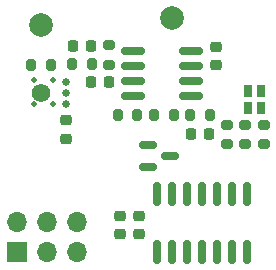
<source format=gbr>
%TF.GenerationSoftware,KiCad,Pcbnew,(6.0.1)*%
%TF.CreationDate,2022-02-08T09:51:35-07:00*%
%TF.ProjectId,NoteDetector,4e6f7465-4465-4746-9563-746f722e6b69,rev?*%
%TF.SameCoordinates,Original*%
%TF.FileFunction,Soldermask,Top*%
%TF.FilePolarity,Negative*%
%FSLAX46Y46*%
G04 Gerber Fmt 4.6, Leading zero omitted, Abs format (unit mm)*
G04 Created by KiCad (PCBNEW (6.0.1)) date 2022-02-08 09:51:35*
%MOMM*%
%LPD*%
G01*
G04 APERTURE LIST*
G04 Aperture macros list*
%AMRoundRect*
0 Rectangle with rounded corners*
0 $1 Rounding radius*
0 $2 $3 $4 $5 $6 $7 $8 $9 X,Y pos of 4 corners*
0 Add a 4 corners polygon primitive as box body*
4,1,4,$2,$3,$4,$5,$6,$7,$8,$9,$2,$3,0*
0 Add four circle primitives for the rounded corners*
1,1,$1+$1,$2,$3*
1,1,$1+$1,$4,$5*
1,1,$1+$1,$6,$7*
1,1,$1+$1,$8,$9*
0 Add four rect primitives between the rounded corners*
20,1,$1+$1,$2,$3,$4,$5,0*
20,1,$1+$1,$4,$5,$6,$7,0*
20,1,$1+$1,$6,$7,$8,$9,0*
20,1,$1+$1,$8,$9,$2,$3,0*%
G04 Aperture macros list end*
%ADD10RoundRect,0.225000X0.250000X-0.225000X0.250000X0.225000X-0.250000X0.225000X-0.250000X-0.225000X0*%
%ADD11RoundRect,0.200000X0.200000X0.275000X-0.200000X0.275000X-0.200000X-0.275000X0.200000X-0.275000X0*%
%ADD12RoundRect,0.200000X-0.275000X0.200000X-0.275000X-0.200000X0.275000X-0.200000X0.275000X0.200000X0*%
%ADD13RoundRect,0.225000X-0.250000X0.225000X-0.250000X-0.225000X0.250000X-0.225000X0.250000X0.225000X0*%
%ADD14C,2.000000*%
%ADD15C,0.970000*%
%ADD16C,0.650000*%
%ADD17C,0.460000*%
%ADD18C,1.560000*%
%ADD19RoundRect,0.225000X0.225000X0.250000X-0.225000X0.250000X-0.225000X-0.250000X0.225000X-0.250000X0*%
%ADD20RoundRect,0.200000X0.275000X-0.200000X0.275000X0.200000X-0.275000X0.200000X-0.275000X-0.200000X0*%
%ADD21RoundRect,0.150000X-0.587500X-0.150000X0.587500X-0.150000X0.587500X0.150000X-0.587500X0.150000X0*%
%ADD22RoundRect,0.200000X-0.200000X-0.275000X0.200000X-0.275000X0.200000X0.275000X-0.200000X0.275000X0*%
%ADD23R,0.800000X1.000000*%
%ADD24RoundRect,0.150000X0.150000X-0.825000X0.150000X0.825000X-0.150000X0.825000X-0.150000X-0.825000X0*%
%ADD25RoundRect,0.225000X-0.225000X-0.250000X0.225000X-0.250000X0.225000X0.250000X-0.225000X0.250000X0*%
%ADD26RoundRect,0.150000X-0.825000X-0.150000X0.825000X-0.150000X0.825000X0.150000X-0.825000X0.150000X0*%
%ADD27R,1.700000X1.700000*%
%ADD28O,1.700000X1.700000*%
G04 APERTURE END LIST*
D10*
%TO.C,C6*%
X10600000Y-21675000D03*
X10600000Y-20125000D03*
%TD*%
D11*
%TO.C,R3*%
X12025000Y-11600000D03*
X10375000Y-11600000D03*
%TD*%
D10*
%TO.C,C7*%
X12150000Y-21675000D03*
X12150000Y-20125000D03*
%TD*%
D12*
%TO.C,R9*%
X22750000Y-14050000D03*
X22750000Y-12400000D03*
%TD*%
D13*
%TO.C,C4*%
X18700000Y-5800000D03*
X18700000Y-7350000D03*
%TD*%
D14*
%TO.C,J4*%
X3900000Y-3950000D03*
%TD*%
D15*
%TO.C,U1*%
X3925000Y-9700000D03*
D16*
X6025000Y-8740000D03*
D17*
X4925000Y-8640000D03*
X3285000Y-8640000D03*
X3285000Y-10670000D03*
X4925000Y-10670000D03*
D16*
X6025000Y-10670000D03*
X6025000Y-9700000D03*
D18*
X3925000Y-9700000D03*
%TD*%
D12*
%TO.C,R7*%
X19650000Y-12400000D03*
X19650000Y-14050000D03*
%TD*%
D19*
%TO.C,C3*%
X8125000Y-5750000D03*
X6575000Y-5750000D03*
%TD*%
D10*
%TO.C,C1*%
X6000000Y-13575000D03*
X6000000Y-12025000D03*
%TD*%
D20*
%TO.C,R4*%
X9650000Y-7325000D03*
X9650000Y-5675000D03*
%TD*%
D21*
%TO.C,Q1*%
X12962500Y-14100000D03*
X12962500Y-16000000D03*
X14837500Y-15050000D03*
%TD*%
D12*
%TO.C,R8*%
X21200000Y-12400000D03*
X21200000Y-14050000D03*
%TD*%
D22*
%TO.C,R2*%
X6525000Y-7250000D03*
X8175000Y-7250000D03*
%TD*%
D23*
%TO.C,D1*%
X22500000Y-9500000D03*
X22500000Y-11000000D03*
X21400000Y-11000000D03*
X21400000Y-9500000D03*
%TD*%
D22*
%TO.C,R6*%
X16525000Y-11600000D03*
X18175000Y-11600000D03*
%TD*%
D24*
%TO.C,U3*%
X13740000Y-23175000D03*
X15010000Y-23175000D03*
X16280000Y-23175000D03*
X17550000Y-23175000D03*
X18820000Y-23175000D03*
X20090000Y-23175000D03*
X21360000Y-23175000D03*
X21360000Y-18225000D03*
X20090000Y-18225000D03*
X18820000Y-18225000D03*
X17550000Y-18225000D03*
X16280000Y-18225000D03*
X15010000Y-18225000D03*
X13740000Y-18225000D03*
%TD*%
D25*
%TO.C,C2*%
X8100000Y-8750000D03*
X9650000Y-8750000D03*
%TD*%
D19*
%TO.C,C5*%
X18150000Y-13150000D03*
X16600000Y-13150000D03*
%TD*%
D26*
%TO.C,U2*%
X16625000Y-6185000D03*
X16625000Y-7455000D03*
X16625000Y-8725000D03*
X16625000Y-9995000D03*
X11675000Y-9995000D03*
X11675000Y-8725000D03*
X11675000Y-7455000D03*
X11675000Y-6185000D03*
%TD*%
D14*
%TO.C,J3*%
X15000000Y-3400000D03*
%TD*%
D22*
%TO.C,R5*%
X13475000Y-11600000D03*
X15125000Y-11600000D03*
%TD*%
D11*
%TO.C,R1*%
X4725000Y-7300000D03*
X3075000Y-7300000D03*
%TD*%
D27*
%TO.C,J1*%
X1825000Y-23200000D03*
D28*
X1825000Y-20660000D03*
X4365000Y-23200000D03*
X4365000Y-20660000D03*
X6905000Y-23200000D03*
X6905000Y-20660000D03*
%TD*%
M02*

</source>
